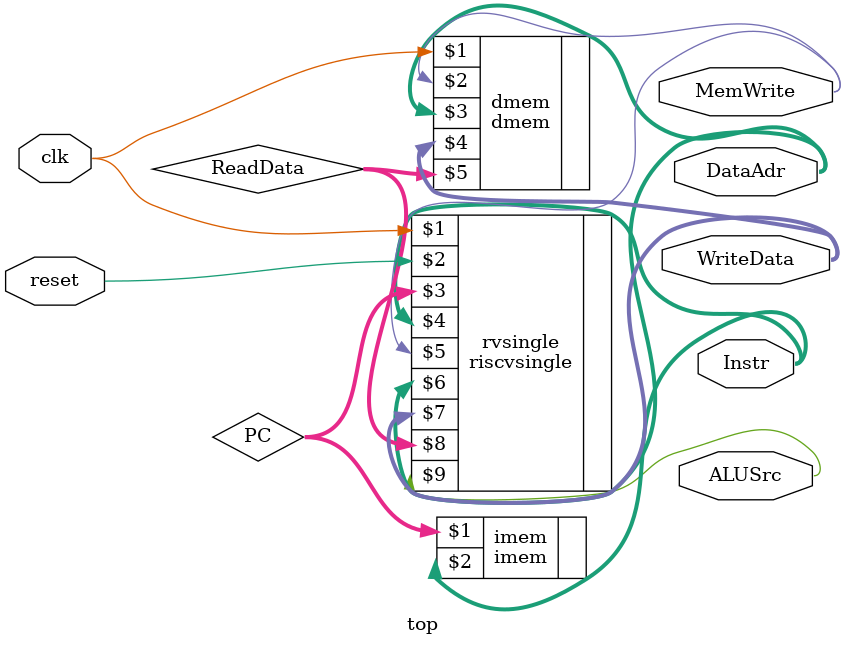
<source format=sv>

module top(input  logic        clk, reset, 
           output logic [31:0] WriteData, DataAdr, 
           output logic        MemWrite,
			  output logic [31:0] Instr,
			  output logic ALUSrc
			  );

  logic [31:0] PC, ReadData;
  
  // instantiate processor and memories
  riscvsingle rvsingle(clk, reset, PC, Instr, MemWrite, DataAdr, 
                       WriteData, ReadData, ALUSrc);
					  
  imem imem(PC, Instr);
  
  dmem dmem(clk, MemWrite, DataAdr, WriteData, ReadData);
  
    
endmodule


</source>
